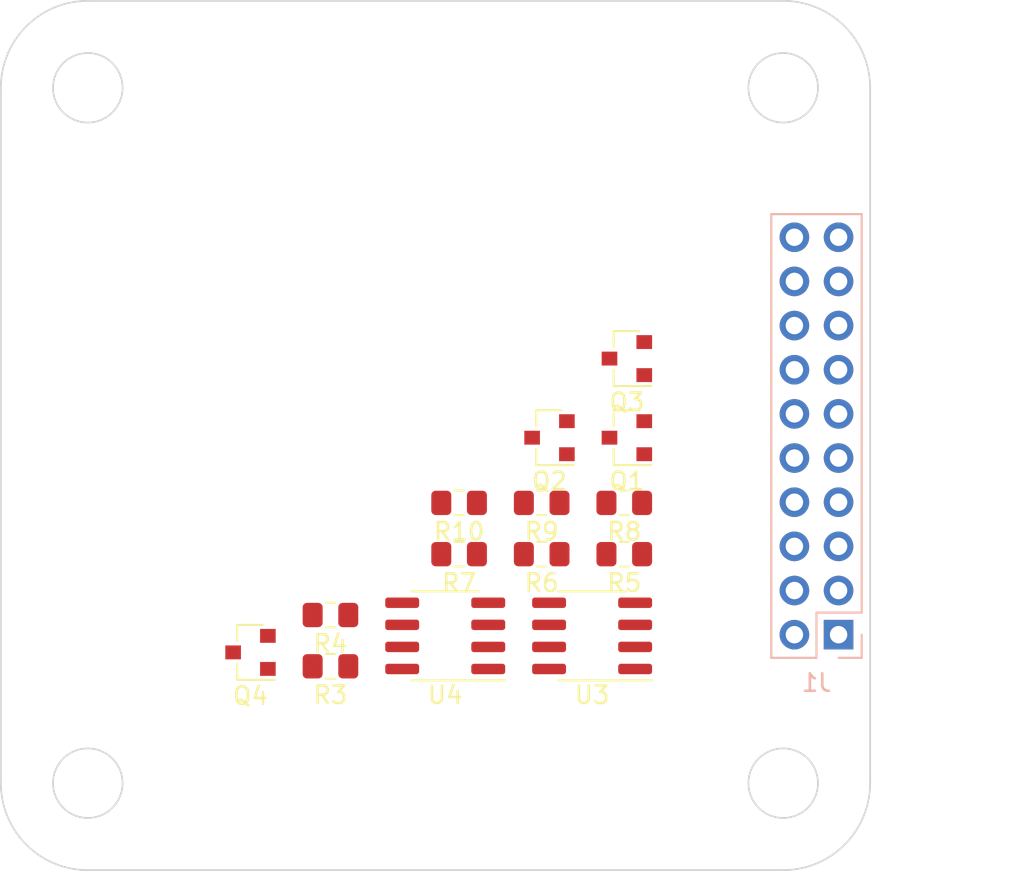
<source format=kicad_pcb>
(kicad_pcb (version 20171130) (host pcbnew 5.1.5-52549c5~84~ubuntu19.04.1)

  (general
    (thickness 1.6)
    (drawings 22)
    (tracks 0)
    (zones 0)
    (modules 15)
    (nets 38)
  )

  (page A4)
  (layers
    (0 F.Cu signal)
    (31 B.Cu signal)
    (32 B.Adhes user)
    (33 F.Adhes user)
    (34 B.Paste user)
    (35 F.Paste user)
    (36 B.SilkS user)
    (37 F.SilkS user)
    (38 B.Mask user)
    (39 F.Mask user)
    (40 Dwgs.User user)
    (41 Cmts.User user)
    (42 Eco1.User user)
    (43 Eco2.User user)
    (44 Edge.Cuts user)
    (45 Margin user hide)
    (46 B.CrtYd user)
    (47 F.CrtYd user)
    (48 B.Fab user)
    (49 F.Fab user hide)
  )

  (setup
    (last_trace_width 0.25)
    (user_trace_width 0.508)
    (trace_clearance 0.2)
    (zone_clearance 0.508)
    (zone_45_only yes)
    (trace_min 0.2)
    (via_size 0.8)
    (via_drill 0.4)
    (via_min_size 0.4)
    (via_min_drill 0.3)
    (user_via 0.45 0.3)
    (uvia_size 0.3)
    (uvia_drill 0.1)
    (uvias_allowed no)
    (uvia_min_size 0.2)
    (uvia_min_drill 0.1)
    (edge_width 0.1)
    (segment_width 0.2)
    (pcb_text_width 0.3)
    (pcb_text_size 1.5 1.5)
    (mod_edge_width 0.15)
    (mod_text_size 1 1)
    (mod_text_width 0.15)
    (pad_size 1.524 1.524)
    (pad_drill 0.762)
    (pad_to_mask_clearance 0)
    (aux_axis_origin 0 0)
    (visible_elements FFFFFF7F)
    (pcbplotparams
      (layerselection 0x010fc_ffffffff)
      (usegerberextensions false)
      (usegerberattributes false)
      (usegerberadvancedattributes false)
      (creategerberjobfile false)
      (excludeedgelayer true)
      (linewidth 0.100000)
      (plotframeref false)
      (viasonmask false)
      (mode 1)
      (useauxorigin false)
      (hpglpennumber 1)
      (hpglpenspeed 20)
      (hpglpendiameter 15.000000)
      (psnegative false)
      (psa4output false)
      (plotreference true)
      (plotvalue true)
      (plotinvisibletext false)
      (padsonsilk false)
      (subtractmaskfromsilk false)
      (outputformat 1)
      (mirror false)
      (drillshape 0)
      (scaleselection 1)
      (outputdirectory "plot/"))
  )

  (net 0 "")
  (net 1 GND)
  (net 2 "Net-(J1-Pad2)")
  (net 3 "Net-(J1-Pad1)")
  (net 4 "Net-(J1-Pad3)")
  (net 5 "Net-(J1-Pad4)")
  (net 6 "Net-(J1-Pad5)")
  (net 7 "Net-(J1-Pad6)")
  (net 8 "Net-(J1-Pad7)")
  (net 9 "Net-(J1-Pad8)")
  (net 10 "Net-(J1-Pad9)")
  (net 11 "Net-(J1-Pad10)")
  (net 12 "Net-(J1-Pad11)")
  (net 13 "Net-(J1-Pad12)")
  (net 14 "Net-(J1-Pad13)")
  (net 15 "Net-(J1-Pad14)")
  (net 16 "Net-(J1-Pad15)")
  (net 17 "Net-(J1-Pad16)")
  (net 18 "Net-(J1-Pad17)")
  (net 19 "Net-(J1-Pad18)")
  (net 20 "Net-(J1-Pad19)")
  (net 21 "Net-(J1-Pad20)")
  (net 22 VDD_3.3V)
  (net 23 TXB)
  (net 24 TXB_CMOS)
  (net 25 RXA_CMOS)
  (net 26 RXA)
  (net 27 TXA)
  (net 28 TXA_CMOS)
  (net 29 RXB_CMOS)
  (net 30 RXB)
  (net 31 VDD_5V)
  (net 32 "Net-(U3-Pad5)")
  (net 33 CANL_A)
  (net 34 CANH_A)
  (net 35 CANH_B)
  (net 36 CANL_B)
  (net 37 "Net-(U4-Pad5)")

  (net_class Default "This is the default net class."
    (clearance 0.2)
    (trace_width 0.25)
    (via_dia 0.8)
    (via_drill 0.4)
    (uvia_dia 0.3)
    (uvia_drill 0.1)
    (add_net CANH_A)
    (add_net CANH_B)
    (add_net CANL_A)
    (add_net CANL_B)
    (add_net GND)
    (add_net "Net-(J1-Pad1)")
    (add_net "Net-(J1-Pad10)")
    (add_net "Net-(J1-Pad11)")
    (add_net "Net-(J1-Pad12)")
    (add_net "Net-(J1-Pad13)")
    (add_net "Net-(J1-Pad14)")
    (add_net "Net-(J1-Pad15)")
    (add_net "Net-(J1-Pad16)")
    (add_net "Net-(J1-Pad17)")
    (add_net "Net-(J1-Pad18)")
    (add_net "Net-(J1-Pad19)")
    (add_net "Net-(J1-Pad2)")
    (add_net "Net-(J1-Pad20)")
    (add_net "Net-(J1-Pad3)")
    (add_net "Net-(J1-Pad4)")
    (add_net "Net-(J1-Pad5)")
    (add_net "Net-(J1-Pad6)")
    (add_net "Net-(J1-Pad7)")
    (add_net "Net-(J1-Pad8)")
    (add_net "Net-(J1-Pad9)")
    (add_net "Net-(U3-Pad5)")
    (add_net "Net-(U4-Pad5)")
    (add_net RXA)
    (add_net RXA_CMOS)
    (add_net RXB)
    (add_net RXB_CMOS)
    (add_net TXA)
    (add_net TXA_CMOS)
    (add_net TXB)
    (add_net TXB_CMOS)
    (add_net VDD_3.3V)
    (add_net VDD_5V)
  )

  (module Connector_PinSocket_2.54mm:PinSocket_2x10_P2.54mm_Vertical (layer B.Cu) (tedit 5A19A427) (tstamp 5E563FC1)
    (at 218.186 108.458)
    (descr "Through hole straight socket strip, 2x10, 2.54mm pitch, double cols (from Kicad 4.0.7), script generated")
    (tags "Through hole socket strip THT 2x10 2.54mm double row")
    (path /5E564141)
    (fp_text reference J1 (at -1.27 2.77) (layer B.SilkS)
      (effects (font (size 1 1) (thickness 0.15)) (justify mirror))
    )
    (fp_text value Conn_02x10_Counter_Clockwise (at -1.27 -25.63) (layer B.Fab)
      (effects (font (size 1 1) (thickness 0.15)) (justify mirror))
    )
    (fp_line (start -3.81 1.27) (end 0.27 1.27) (layer B.Fab) (width 0.1))
    (fp_line (start 0.27 1.27) (end 1.27 0.27) (layer B.Fab) (width 0.1))
    (fp_line (start 1.27 0.27) (end 1.27 -24.13) (layer B.Fab) (width 0.1))
    (fp_line (start 1.27 -24.13) (end -3.81 -24.13) (layer B.Fab) (width 0.1))
    (fp_line (start -3.81 -24.13) (end -3.81 1.27) (layer B.Fab) (width 0.1))
    (fp_line (start -3.87 1.33) (end -1.27 1.33) (layer B.SilkS) (width 0.12))
    (fp_line (start -3.87 1.33) (end -3.87 -24.19) (layer B.SilkS) (width 0.12))
    (fp_line (start -3.87 -24.19) (end 1.33 -24.19) (layer B.SilkS) (width 0.12))
    (fp_line (start 1.33 -1.27) (end 1.33 -24.19) (layer B.SilkS) (width 0.12))
    (fp_line (start -1.27 -1.27) (end 1.33 -1.27) (layer B.SilkS) (width 0.12))
    (fp_line (start -1.27 1.33) (end -1.27 -1.27) (layer B.SilkS) (width 0.12))
    (fp_line (start 1.33 1.33) (end 1.33 0) (layer B.SilkS) (width 0.12))
    (fp_line (start 0 1.33) (end 1.33 1.33) (layer B.SilkS) (width 0.12))
    (fp_line (start -4.34 1.8) (end 1.76 1.8) (layer B.CrtYd) (width 0.05))
    (fp_line (start 1.76 1.8) (end 1.76 -24.6) (layer B.CrtYd) (width 0.05))
    (fp_line (start 1.76 -24.6) (end -4.34 -24.6) (layer B.CrtYd) (width 0.05))
    (fp_line (start -4.34 -24.6) (end -4.34 1.8) (layer B.CrtYd) (width 0.05))
    (fp_text user %R (at -1.27 -11.43 -90) (layer B.Fab)
      (effects (font (size 1 1) (thickness 0.15)) (justify mirror))
    )
    (pad 1 thru_hole rect (at 0 0) (size 1.7 1.7) (drill 1) (layers *.Cu *.Mask)
      (net 3 "Net-(J1-Pad1)"))
    (pad 2 thru_hole oval (at -2.54 0) (size 1.7 1.7) (drill 1) (layers *.Cu *.Mask)
      (net 2 "Net-(J1-Pad2)"))
    (pad 3 thru_hole oval (at 0 -2.54) (size 1.7 1.7) (drill 1) (layers *.Cu *.Mask)
      (net 4 "Net-(J1-Pad3)"))
    (pad 4 thru_hole oval (at -2.54 -2.54) (size 1.7 1.7) (drill 1) (layers *.Cu *.Mask)
      (net 5 "Net-(J1-Pad4)"))
    (pad 5 thru_hole oval (at 0 -5.08) (size 1.7 1.7) (drill 1) (layers *.Cu *.Mask)
      (net 6 "Net-(J1-Pad5)"))
    (pad 6 thru_hole oval (at -2.54 -5.08) (size 1.7 1.7) (drill 1) (layers *.Cu *.Mask)
      (net 7 "Net-(J1-Pad6)"))
    (pad 7 thru_hole oval (at 0 -7.62) (size 1.7 1.7) (drill 1) (layers *.Cu *.Mask)
      (net 8 "Net-(J1-Pad7)"))
    (pad 8 thru_hole oval (at -2.54 -7.62) (size 1.7 1.7) (drill 1) (layers *.Cu *.Mask)
      (net 9 "Net-(J1-Pad8)"))
    (pad 9 thru_hole oval (at 0 -10.16) (size 1.7 1.7) (drill 1) (layers *.Cu *.Mask)
      (net 10 "Net-(J1-Pad9)"))
    (pad 10 thru_hole oval (at -2.54 -10.16) (size 1.7 1.7) (drill 1) (layers *.Cu *.Mask)
      (net 11 "Net-(J1-Pad10)"))
    (pad 11 thru_hole oval (at 0 -12.7) (size 1.7 1.7) (drill 1) (layers *.Cu *.Mask)
      (net 12 "Net-(J1-Pad11)"))
    (pad 12 thru_hole oval (at -2.54 -12.7) (size 1.7 1.7) (drill 1) (layers *.Cu *.Mask)
      (net 13 "Net-(J1-Pad12)"))
    (pad 13 thru_hole oval (at 0 -15.24) (size 1.7 1.7) (drill 1) (layers *.Cu *.Mask)
      (net 14 "Net-(J1-Pad13)"))
    (pad 14 thru_hole oval (at -2.54 -15.24) (size 1.7 1.7) (drill 1) (layers *.Cu *.Mask)
      (net 15 "Net-(J1-Pad14)"))
    (pad 15 thru_hole oval (at 0 -17.78) (size 1.7 1.7) (drill 1) (layers *.Cu *.Mask)
      (net 16 "Net-(J1-Pad15)"))
    (pad 16 thru_hole oval (at -2.54 -17.78) (size 1.7 1.7) (drill 1) (layers *.Cu *.Mask)
      (net 17 "Net-(J1-Pad16)"))
    (pad 17 thru_hole oval (at 0 -20.32) (size 1.7 1.7) (drill 1) (layers *.Cu *.Mask)
      (net 18 "Net-(J1-Pad17)"))
    (pad 18 thru_hole oval (at -2.54 -20.32) (size 1.7 1.7) (drill 1) (layers *.Cu *.Mask)
      (net 19 "Net-(J1-Pad18)"))
    (pad 19 thru_hole oval (at 0 -22.86) (size 1.7 1.7) (drill 1) (layers *.Cu *.Mask)
      (net 20 "Net-(J1-Pad19)"))
    (pad 20 thru_hole oval (at -2.54 -22.86) (size 1.7 1.7) (drill 1) (layers *.Cu *.Mask)
      (net 21 "Net-(J1-Pad20)"))
    (model ${KISYS3DMOD}/Connector_PinSocket_2.54mm.3dshapes/PinSocket_2x10_P2.54mm_Vertical.wrl
      (at (xyz 0 0 0))
      (scale (xyz 1 1 1))
      (rotate (xyz 0 0 0))
    )
  )

  (module Package_TO_SOT_SMD:SOT-23 (layer F.Cu) (tedit 5A02FF57) (tstamp 5E5637A4)
    (at 206.008999 97.126999 180)
    (descr "SOT-23, Standard")
    (tags SOT-23)
    (path /5E4A8360)
    (attr smd)
    (fp_text reference Q1 (at 0 -2.5) (layer F.SilkS)
      (effects (font (size 1 1) (thickness 0.15)))
    )
    (fp_text value BSS138 (at 0 2.5) (layer F.Fab)
      (effects (font (size 1 1) (thickness 0.15)))
    )
    (fp_text user %R (at 0 0 90) (layer F.Fab)
      (effects (font (size 0.5 0.5) (thickness 0.075)))
    )
    (fp_line (start -0.7 -0.95) (end -0.7 1.5) (layer F.Fab) (width 0.1))
    (fp_line (start -0.15 -1.52) (end 0.7 -1.52) (layer F.Fab) (width 0.1))
    (fp_line (start -0.7 -0.95) (end -0.15 -1.52) (layer F.Fab) (width 0.1))
    (fp_line (start 0.7 -1.52) (end 0.7 1.52) (layer F.Fab) (width 0.1))
    (fp_line (start -0.7 1.52) (end 0.7 1.52) (layer F.Fab) (width 0.1))
    (fp_line (start 0.76 1.58) (end 0.76 0.65) (layer F.SilkS) (width 0.12))
    (fp_line (start 0.76 -1.58) (end 0.76 -0.65) (layer F.SilkS) (width 0.12))
    (fp_line (start -1.7 -1.75) (end 1.7 -1.75) (layer F.CrtYd) (width 0.05))
    (fp_line (start 1.7 -1.75) (end 1.7 1.75) (layer F.CrtYd) (width 0.05))
    (fp_line (start 1.7 1.75) (end -1.7 1.75) (layer F.CrtYd) (width 0.05))
    (fp_line (start -1.7 1.75) (end -1.7 -1.75) (layer F.CrtYd) (width 0.05))
    (fp_line (start 0.76 -1.58) (end -1.4 -1.58) (layer F.SilkS) (width 0.12))
    (fp_line (start 0.76 1.58) (end -0.7 1.58) (layer F.SilkS) (width 0.12))
    (pad 1 smd rect (at -1 -0.95 180) (size 0.9 0.8) (layers F.Cu F.Paste F.Mask)
      (net 22 VDD_3.3V))
    (pad 2 smd rect (at -1 0.95 180) (size 0.9 0.8) (layers F.Cu F.Paste F.Mask)
      (net 23 TXB))
    (pad 3 smd rect (at 1 0 180) (size 0.9 0.8) (layers F.Cu F.Paste F.Mask)
      (net 24 TXB_CMOS))
    (model ${KISYS3DMOD}/Package_TO_SOT_SMD.3dshapes/SOT-23.wrl
      (at (xyz 0 0 0))
      (scale (xyz 1 1 1))
      (rotate (xyz 0 0 0))
    )
  )

  (module Package_TO_SOT_SMD:SOT-23 (layer F.Cu) (tedit 5A02FF57) (tstamp 5E5637B9)
    (at 201.558999 97.126999 180)
    (descr "SOT-23, Standard")
    (tags SOT-23)
    (path /5E45B08C)
    (attr smd)
    (fp_text reference Q2 (at 0 -2.5) (layer F.SilkS)
      (effects (font (size 1 1) (thickness 0.15)))
    )
    (fp_text value BSS138 (at 0 2.5) (layer F.Fab)
      (effects (font (size 1 1) (thickness 0.15)))
    )
    (fp_line (start 0.76 1.58) (end -0.7 1.58) (layer F.SilkS) (width 0.12))
    (fp_line (start 0.76 -1.58) (end -1.4 -1.58) (layer F.SilkS) (width 0.12))
    (fp_line (start -1.7 1.75) (end -1.7 -1.75) (layer F.CrtYd) (width 0.05))
    (fp_line (start 1.7 1.75) (end -1.7 1.75) (layer F.CrtYd) (width 0.05))
    (fp_line (start 1.7 -1.75) (end 1.7 1.75) (layer F.CrtYd) (width 0.05))
    (fp_line (start -1.7 -1.75) (end 1.7 -1.75) (layer F.CrtYd) (width 0.05))
    (fp_line (start 0.76 -1.58) (end 0.76 -0.65) (layer F.SilkS) (width 0.12))
    (fp_line (start 0.76 1.58) (end 0.76 0.65) (layer F.SilkS) (width 0.12))
    (fp_line (start -0.7 1.52) (end 0.7 1.52) (layer F.Fab) (width 0.1))
    (fp_line (start 0.7 -1.52) (end 0.7 1.52) (layer F.Fab) (width 0.1))
    (fp_line (start -0.7 -0.95) (end -0.15 -1.52) (layer F.Fab) (width 0.1))
    (fp_line (start -0.15 -1.52) (end 0.7 -1.52) (layer F.Fab) (width 0.1))
    (fp_line (start -0.7 -0.95) (end -0.7 1.5) (layer F.Fab) (width 0.1))
    (fp_text user %R (at 0 0 90) (layer F.Fab)
      (effects (font (size 0.5 0.5) (thickness 0.075)))
    )
    (pad 3 smd rect (at 1 0 180) (size 0.9 0.8) (layers F.Cu F.Paste F.Mask)
      (net 25 RXA_CMOS))
    (pad 2 smd rect (at -1 0.95 180) (size 0.9 0.8) (layers F.Cu F.Paste F.Mask)
      (net 26 RXA))
    (pad 1 smd rect (at -1 -0.95 180) (size 0.9 0.8) (layers F.Cu F.Paste F.Mask)
      (net 22 VDD_3.3V))
    (model ${KISYS3DMOD}/Package_TO_SOT_SMD.3dshapes/SOT-23.wrl
      (at (xyz 0 0 0))
      (scale (xyz 1 1 1))
      (rotate (xyz 0 0 0))
    )
  )

  (module Package_TO_SOT_SMD:SOT-23 (layer F.Cu) (tedit 5A02FF57) (tstamp 5E5637CE)
    (at 206.008999 92.576999 180)
    (descr "SOT-23, Standard")
    (tags SOT-23)
    (path /5E459F88)
    (attr smd)
    (fp_text reference Q3 (at 0 -2.5) (layer F.SilkS)
      (effects (font (size 1 1) (thickness 0.15)))
    )
    (fp_text value BSS138 (at 0 2.5) (layer F.Fab)
      (effects (font (size 1 1) (thickness 0.15)))
    )
    (fp_text user %R (at 0 0 90) (layer F.Fab)
      (effects (font (size 0.5 0.5) (thickness 0.075)))
    )
    (fp_line (start -0.7 -0.95) (end -0.7 1.5) (layer F.Fab) (width 0.1))
    (fp_line (start -0.15 -1.52) (end 0.7 -1.52) (layer F.Fab) (width 0.1))
    (fp_line (start -0.7 -0.95) (end -0.15 -1.52) (layer F.Fab) (width 0.1))
    (fp_line (start 0.7 -1.52) (end 0.7 1.52) (layer F.Fab) (width 0.1))
    (fp_line (start -0.7 1.52) (end 0.7 1.52) (layer F.Fab) (width 0.1))
    (fp_line (start 0.76 1.58) (end 0.76 0.65) (layer F.SilkS) (width 0.12))
    (fp_line (start 0.76 -1.58) (end 0.76 -0.65) (layer F.SilkS) (width 0.12))
    (fp_line (start -1.7 -1.75) (end 1.7 -1.75) (layer F.CrtYd) (width 0.05))
    (fp_line (start 1.7 -1.75) (end 1.7 1.75) (layer F.CrtYd) (width 0.05))
    (fp_line (start 1.7 1.75) (end -1.7 1.75) (layer F.CrtYd) (width 0.05))
    (fp_line (start -1.7 1.75) (end -1.7 -1.75) (layer F.CrtYd) (width 0.05))
    (fp_line (start 0.76 -1.58) (end -1.4 -1.58) (layer F.SilkS) (width 0.12))
    (fp_line (start 0.76 1.58) (end -0.7 1.58) (layer F.SilkS) (width 0.12))
    (pad 1 smd rect (at -1 -0.95 180) (size 0.9 0.8) (layers F.Cu F.Paste F.Mask)
      (net 22 VDD_3.3V))
    (pad 2 smd rect (at -1 0.95 180) (size 0.9 0.8) (layers F.Cu F.Paste F.Mask)
      (net 27 TXA))
    (pad 3 smd rect (at 1 0 180) (size 0.9 0.8) (layers F.Cu F.Paste F.Mask)
      (net 28 TXA_CMOS))
    (model ${KISYS3DMOD}/Package_TO_SOT_SMD.3dshapes/SOT-23.wrl
      (at (xyz 0 0 0))
      (scale (xyz 1 1 1))
      (rotate (xyz 0 0 0))
    )
  )

  (module Package_TO_SOT_SMD:SOT-23 (layer F.Cu) (tedit 5A02FF57) (tstamp 5E5637E3)
    (at 184.358999 109.476999 180)
    (descr "SOT-23, Standard")
    (tags SOT-23)
    (path /5E458EF7)
    (attr smd)
    (fp_text reference Q4 (at 0 -2.5) (layer F.SilkS)
      (effects (font (size 1 1) (thickness 0.15)))
    )
    (fp_text value BSS138 (at 0 2.5) (layer F.Fab)
      (effects (font (size 1 1) (thickness 0.15)))
    )
    (fp_line (start 0.76 1.58) (end -0.7 1.58) (layer F.SilkS) (width 0.12))
    (fp_line (start 0.76 -1.58) (end -1.4 -1.58) (layer F.SilkS) (width 0.12))
    (fp_line (start -1.7 1.75) (end -1.7 -1.75) (layer F.CrtYd) (width 0.05))
    (fp_line (start 1.7 1.75) (end -1.7 1.75) (layer F.CrtYd) (width 0.05))
    (fp_line (start 1.7 -1.75) (end 1.7 1.75) (layer F.CrtYd) (width 0.05))
    (fp_line (start -1.7 -1.75) (end 1.7 -1.75) (layer F.CrtYd) (width 0.05))
    (fp_line (start 0.76 -1.58) (end 0.76 -0.65) (layer F.SilkS) (width 0.12))
    (fp_line (start 0.76 1.58) (end 0.76 0.65) (layer F.SilkS) (width 0.12))
    (fp_line (start -0.7 1.52) (end 0.7 1.52) (layer F.Fab) (width 0.1))
    (fp_line (start 0.7 -1.52) (end 0.7 1.52) (layer F.Fab) (width 0.1))
    (fp_line (start -0.7 -0.95) (end -0.15 -1.52) (layer F.Fab) (width 0.1))
    (fp_line (start -0.15 -1.52) (end 0.7 -1.52) (layer F.Fab) (width 0.1))
    (fp_line (start -0.7 -0.95) (end -0.7 1.5) (layer F.Fab) (width 0.1))
    (fp_text user %R (at 0 0 90) (layer F.Fab)
      (effects (font (size 0.5 0.5) (thickness 0.075)))
    )
    (pad 3 smd rect (at 1 0 180) (size 0.9 0.8) (layers F.Cu F.Paste F.Mask)
      (net 29 RXB_CMOS))
    (pad 2 smd rect (at -1 0.95 180) (size 0.9 0.8) (layers F.Cu F.Paste F.Mask)
      (net 30 RXB))
    (pad 1 smd rect (at -1 -0.95 180) (size 0.9 0.8) (layers F.Cu F.Paste F.Mask)
      (net 22 VDD_3.3V))
    (model ${KISYS3DMOD}/Package_TO_SOT_SMD.3dshapes/SOT-23.wrl
      (at (xyz 0 0 0))
      (scale (xyz 1 1 1))
      (rotate (xyz 0 0 0))
    )
  )

  (module Resistor_SMD:R_0805_2012Metric_Pad1.15x1.40mm_HandSolder (layer F.Cu) (tedit 5B36C52B) (tstamp 5E5637F4)
    (at 188.958999 110.276999 180)
    (descr "Resistor SMD 0805 (2012 Metric), square (rectangular) end terminal, IPC_7351 nominal with elongated pad for handsoldering. (Body size source: https://docs.google.com/spreadsheets/d/1BsfQQcO9C6DZCsRaXUlFlo91Tg2WpOkGARC1WS5S8t0/edit?usp=sharing), generated with kicad-footprint-generator")
    (tags "resistor handsolder")
    (path /5E497F86)
    (attr smd)
    (fp_text reference R3 (at 0 -1.65) (layer F.SilkS)
      (effects (font (size 1 1) (thickness 0.15)))
    )
    (fp_text value 10k (at 0 1.65) (layer F.Fab)
      (effects (font (size 1 1) (thickness 0.15)))
    )
    (fp_line (start -1 0.6) (end -1 -0.6) (layer F.Fab) (width 0.1))
    (fp_line (start -1 -0.6) (end 1 -0.6) (layer F.Fab) (width 0.1))
    (fp_line (start 1 -0.6) (end 1 0.6) (layer F.Fab) (width 0.1))
    (fp_line (start 1 0.6) (end -1 0.6) (layer F.Fab) (width 0.1))
    (fp_line (start -0.261252 -0.71) (end 0.261252 -0.71) (layer F.SilkS) (width 0.12))
    (fp_line (start -0.261252 0.71) (end 0.261252 0.71) (layer F.SilkS) (width 0.12))
    (fp_line (start -1.85 0.95) (end -1.85 -0.95) (layer F.CrtYd) (width 0.05))
    (fp_line (start -1.85 -0.95) (end 1.85 -0.95) (layer F.CrtYd) (width 0.05))
    (fp_line (start 1.85 -0.95) (end 1.85 0.95) (layer F.CrtYd) (width 0.05))
    (fp_line (start 1.85 0.95) (end -1.85 0.95) (layer F.CrtYd) (width 0.05))
    (fp_text user %R (at 0 0) (layer F.Fab)
      (effects (font (size 0.5 0.5) (thickness 0.08)))
    )
    (pad 1 smd roundrect (at -1.025 0 180) (size 1.15 1.4) (layers F.Cu F.Paste F.Mask) (roundrect_rratio 0.217391)
      (net 31 VDD_5V))
    (pad 2 smd roundrect (at 1.025 0 180) (size 1.15 1.4) (layers F.Cu F.Paste F.Mask) (roundrect_rratio 0.217391)
      (net 25 RXA_CMOS))
    (model ${KISYS3DMOD}/Resistor_SMD.3dshapes/R_0805_2012Metric.wrl
      (at (xyz 0 0 0))
      (scale (xyz 1 1 1))
      (rotate (xyz 0 0 0))
    )
  )

  (module Resistor_SMD:R_0805_2012Metric_Pad1.15x1.40mm_HandSolder (layer F.Cu) (tedit 5B36C52B) (tstamp 5E563805)
    (at 188.958999 107.326999 180)
    (descr "Resistor SMD 0805 (2012 Metric), square (rectangular) end terminal, IPC_7351 nominal with elongated pad for handsoldering. (Body size source: https://docs.google.com/spreadsheets/d/1BsfQQcO9C6DZCsRaXUlFlo91Tg2WpOkGARC1WS5S8t0/edit?usp=sharing), generated with kicad-footprint-generator")
    (tags "resistor handsolder")
    (path /5E4B173C)
    (attr smd)
    (fp_text reference R4 (at 0 -1.65) (layer F.SilkS)
      (effects (font (size 1 1) (thickness 0.15)))
    )
    (fp_text value 10k (at 0 1.65) (layer F.Fab)
      (effects (font (size 1 1) (thickness 0.15)))
    )
    (fp_text user %R (at 0 0) (layer F.Fab)
      (effects (font (size 0.5 0.5) (thickness 0.08)))
    )
    (fp_line (start 1.85 0.95) (end -1.85 0.95) (layer F.CrtYd) (width 0.05))
    (fp_line (start 1.85 -0.95) (end 1.85 0.95) (layer F.CrtYd) (width 0.05))
    (fp_line (start -1.85 -0.95) (end 1.85 -0.95) (layer F.CrtYd) (width 0.05))
    (fp_line (start -1.85 0.95) (end -1.85 -0.95) (layer F.CrtYd) (width 0.05))
    (fp_line (start -0.261252 0.71) (end 0.261252 0.71) (layer F.SilkS) (width 0.12))
    (fp_line (start -0.261252 -0.71) (end 0.261252 -0.71) (layer F.SilkS) (width 0.12))
    (fp_line (start 1 0.6) (end -1 0.6) (layer F.Fab) (width 0.1))
    (fp_line (start 1 -0.6) (end 1 0.6) (layer F.Fab) (width 0.1))
    (fp_line (start -1 -0.6) (end 1 -0.6) (layer F.Fab) (width 0.1))
    (fp_line (start -1 0.6) (end -1 -0.6) (layer F.Fab) (width 0.1))
    (pad 2 smd roundrect (at 1.025 0 180) (size 1.15 1.4) (layers F.Cu F.Paste F.Mask) (roundrect_rratio 0.217391)
      (net 26 RXA))
    (pad 1 smd roundrect (at -1.025 0 180) (size 1.15 1.4) (layers F.Cu F.Paste F.Mask) (roundrect_rratio 0.217391)
      (net 22 VDD_3.3V))
    (model ${KISYS3DMOD}/Resistor_SMD.3dshapes/R_0805_2012Metric.wrl
      (at (xyz 0 0 0))
      (scale (xyz 1 1 1))
      (rotate (xyz 0 0 0))
    )
  )

  (module Resistor_SMD:R_0805_2012Metric_Pad1.15x1.40mm_HandSolder (layer F.Cu) (tedit 5B36C52B) (tstamp 5E563816)
    (at 205.858999 103.826999 180)
    (descr "Resistor SMD 0805 (2012 Metric), square (rectangular) end terminal, IPC_7351 nominal with elongated pad for handsoldering. (Body size source: https://docs.google.com/spreadsheets/d/1BsfQQcO9C6DZCsRaXUlFlo91Tg2WpOkGARC1WS5S8t0/edit?usp=sharing), generated with kicad-footprint-generator")
    (tags "resistor handsolder")
    (path /5E498AA1)
    (attr smd)
    (fp_text reference R5 (at 0 -1.65) (layer F.SilkS)
      (effects (font (size 1 1) (thickness 0.15)))
    )
    (fp_text value 10k (at 0 1.65) (layer F.Fab)
      (effects (font (size 1 1) (thickness 0.15)))
    )
    (fp_text user %R (at 0 0) (layer F.Fab)
      (effects (font (size 0.5 0.5) (thickness 0.08)))
    )
    (fp_line (start 1.85 0.95) (end -1.85 0.95) (layer F.CrtYd) (width 0.05))
    (fp_line (start 1.85 -0.95) (end 1.85 0.95) (layer F.CrtYd) (width 0.05))
    (fp_line (start -1.85 -0.95) (end 1.85 -0.95) (layer F.CrtYd) (width 0.05))
    (fp_line (start -1.85 0.95) (end -1.85 -0.95) (layer F.CrtYd) (width 0.05))
    (fp_line (start -0.261252 0.71) (end 0.261252 0.71) (layer F.SilkS) (width 0.12))
    (fp_line (start -0.261252 -0.71) (end 0.261252 -0.71) (layer F.SilkS) (width 0.12))
    (fp_line (start 1 0.6) (end -1 0.6) (layer F.Fab) (width 0.1))
    (fp_line (start 1 -0.6) (end 1 0.6) (layer F.Fab) (width 0.1))
    (fp_line (start -1 -0.6) (end 1 -0.6) (layer F.Fab) (width 0.1))
    (fp_line (start -1 0.6) (end -1 -0.6) (layer F.Fab) (width 0.1))
    (pad 2 smd roundrect (at 1.025 0 180) (size 1.15 1.4) (layers F.Cu F.Paste F.Mask) (roundrect_rratio 0.217391)
      (net 28 TXA_CMOS))
    (pad 1 smd roundrect (at -1.025 0 180) (size 1.15 1.4) (layers F.Cu F.Paste F.Mask) (roundrect_rratio 0.217391)
      (net 31 VDD_5V))
    (model ${KISYS3DMOD}/Resistor_SMD.3dshapes/R_0805_2012Metric.wrl
      (at (xyz 0 0 0))
      (scale (xyz 1 1 1))
      (rotate (xyz 0 0 0))
    )
  )

  (module Resistor_SMD:R_0805_2012Metric_Pad1.15x1.40mm_HandSolder (layer F.Cu) (tedit 5B36C52B) (tstamp 5E563827)
    (at 201.108999 103.826999 180)
    (descr "Resistor SMD 0805 (2012 Metric), square (rectangular) end terminal, IPC_7351 nominal with elongated pad for handsoldering. (Body size source: https://docs.google.com/spreadsheets/d/1BsfQQcO9C6DZCsRaXUlFlo91Tg2WpOkGARC1WS5S8t0/edit?usp=sharing), generated with kicad-footprint-generator")
    (tags "resistor handsolder")
    (path /5E4B0FDE)
    (attr smd)
    (fp_text reference R6 (at 0 -1.65) (layer F.SilkS)
      (effects (font (size 1 1) (thickness 0.15)))
    )
    (fp_text value 10k (at 0 1.65) (layer F.Fab)
      (effects (font (size 1 1) (thickness 0.15)))
    )
    (fp_line (start -1 0.6) (end -1 -0.6) (layer F.Fab) (width 0.1))
    (fp_line (start -1 -0.6) (end 1 -0.6) (layer F.Fab) (width 0.1))
    (fp_line (start 1 -0.6) (end 1 0.6) (layer F.Fab) (width 0.1))
    (fp_line (start 1 0.6) (end -1 0.6) (layer F.Fab) (width 0.1))
    (fp_line (start -0.261252 -0.71) (end 0.261252 -0.71) (layer F.SilkS) (width 0.12))
    (fp_line (start -0.261252 0.71) (end 0.261252 0.71) (layer F.SilkS) (width 0.12))
    (fp_line (start -1.85 0.95) (end -1.85 -0.95) (layer F.CrtYd) (width 0.05))
    (fp_line (start -1.85 -0.95) (end 1.85 -0.95) (layer F.CrtYd) (width 0.05))
    (fp_line (start 1.85 -0.95) (end 1.85 0.95) (layer F.CrtYd) (width 0.05))
    (fp_line (start 1.85 0.95) (end -1.85 0.95) (layer F.CrtYd) (width 0.05))
    (fp_text user %R (at 0 0) (layer F.Fab)
      (effects (font (size 0.5 0.5) (thickness 0.08)))
    )
    (pad 1 smd roundrect (at -1.025 0 180) (size 1.15 1.4) (layers F.Cu F.Paste F.Mask) (roundrect_rratio 0.217391)
      (net 22 VDD_3.3V))
    (pad 2 smd roundrect (at 1.025 0 180) (size 1.15 1.4) (layers F.Cu F.Paste F.Mask) (roundrect_rratio 0.217391)
      (net 27 TXA))
    (model ${KISYS3DMOD}/Resistor_SMD.3dshapes/R_0805_2012Metric.wrl
      (at (xyz 0 0 0))
      (scale (xyz 1 1 1))
      (rotate (xyz 0 0 0))
    )
  )

  (module Resistor_SMD:R_0805_2012Metric_Pad1.15x1.40mm_HandSolder (layer F.Cu) (tedit 5B36C52B) (tstamp 5E563838)
    (at 196.358999 103.826999 180)
    (descr "Resistor SMD 0805 (2012 Metric), square (rectangular) end terminal, IPC_7351 nominal with elongated pad for handsoldering. (Body size source: https://docs.google.com/spreadsheets/d/1BsfQQcO9C6DZCsRaXUlFlo91Tg2WpOkGARC1WS5S8t0/edit?usp=sharing), generated with kicad-footprint-generator")
    (tags "resistor handsolder")
    (path /5E49914A)
    (attr smd)
    (fp_text reference R7 (at 0 -1.65) (layer F.SilkS)
      (effects (font (size 1 1) (thickness 0.15)))
    )
    (fp_text value 10k (at 0 1.65) (layer F.Fab)
      (effects (font (size 1 1) (thickness 0.15)))
    )
    (fp_line (start -1 0.6) (end -1 -0.6) (layer F.Fab) (width 0.1))
    (fp_line (start -1 -0.6) (end 1 -0.6) (layer F.Fab) (width 0.1))
    (fp_line (start 1 -0.6) (end 1 0.6) (layer F.Fab) (width 0.1))
    (fp_line (start 1 0.6) (end -1 0.6) (layer F.Fab) (width 0.1))
    (fp_line (start -0.261252 -0.71) (end 0.261252 -0.71) (layer F.SilkS) (width 0.12))
    (fp_line (start -0.261252 0.71) (end 0.261252 0.71) (layer F.SilkS) (width 0.12))
    (fp_line (start -1.85 0.95) (end -1.85 -0.95) (layer F.CrtYd) (width 0.05))
    (fp_line (start -1.85 -0.95) (end 1.85 -0.95) (layer F.CrtYd) (width 0.05))
    (fp_line (start 1.85 -0.95) (end 1.85 0.95) (layer F.CrtYd) (width 0.05))
    (fp_line (start 1.85 0.95) (end -1.85 0.95) (layer F.CrtYd) (width 0.05))
    (fp_text user %R (at 0 0) (layer F.Fab)
      (effects (font (size 0.5 0.5) (thickness 0.08)))
    )
    (pad 1 smd roundrect (at -1.025 0 180) (size 1.15 1.4) (layers F.Cu F.Paste F.Mask) (roundrect_rratio 0.217391)
      (net 31 VDD_5V))
    (pad 2 smd roundrect (at 1.025 0 180) (size 1.15 1.4) (layers F.Cu F.Paste F.Mask) (roundrect_rratio 0.217391)
      (net 29 RXB_CMOS))
    (model ${KISYS3DMOD}/Resistor_SMD.3dshapes/R_0805_2012Metric.wrl
      (at (xyz 0 0 0))
      (scale (xyz 1 1 1))
      (rotate (xyz 0 0 0))
    )
  )

  (module Resistor_SMD:R_0805_2012Metric_Pad1.15x1.40mm_HandSolder (layer F.Cu) (tedit 5B36C52B) (tstamp 5E563849)
    (at 205.858999 100.876999 180)
    (descr "Resistor SMD 0805 (2012 Metric), square (rectangular) end terminal, IPC_7351 nominal with elongated pad for handsoldering. (Body size source: https://docs.google.com/spreadsheets/d/1BsfQQcO9C6DZCsRaXUlFlo91Tg2WpOkGARC1WS5S8t0/edit?usp=sharing), generated with kicad-footprint-generator")
    (tags "resistor handsolder")
    (path /5E4B1DDA)
    (attr smd)
    (fp_text reference R8 (at 0 -1.65) (layer F.SilkS)
      (effects (font (size 1 1) (thickness 0.15)))
    )
    (fp_text value 10k (at 0 1.65) (layer F.Fab)
      (effects (font (size 1 1) (thickness 0.15)))
    )
    (fp_line (start -1 0.6) (end -1 -0.6) (layer F.Fab) (width 0.1))
    (fp_line (start -1 -0.6) (end 1 -0.6) (layer F.Fab) (width 0.1))
    (fp_line (start 1 -0.6) (end 1 0.6) (layer F.Fab) (width 0.1))
    (fp_line (start 1 0.6) (end -1 0.6) (layer F.Fab) (width 0.1))
    (fp_line (start -0.261252 -0.71) (end 0.261252 -0.71) (layer F.SilkS) (width 0.12))
    (fp_line (start -0.261252 0.71) (end 0.261252 0.71) (layer F.SilkS) (width 0.12))
    (fp_line (start -1.85 0.95) (end -1.85 -0.95) (layer F.CrtYd) (width 0.05))
    (fp_line (start -1.85 -0.95) (end 1.85 -0.95) (layer F.CrtYd) (width 0.05))
    (fp_line (start 1.85 -0.95) (end 1.85 0.95) (layer F.CrtYd) (width 0.05))
    (fp_line (start 1.85 0.95) (end -1.85 0.95) (layer F.CrtYd) (width 0.05))
    (fp_text user %R (at 0 0) (layer F.Fab)
      (effects (font (size 0.5 0.5) (thickness 0.08)))
    )
    (pad 1 smd roundrect (at -1.025 0 180) (size 1.15 1.4) (layers F.Cu F.Paste F.Mask) (roundrect_rratio 0.217391)
      (net 22 VDD_3.3V))
    (pad 2 smd roundrect (at 1.025 0 180) (size 1.15 1.4) (layers F.Cu F.Paste F.Mask) (roundrect_rratio 0.217391)
      (net 30 RXB))
    (model ${KISYS3DMOD}/Resistor_SMD.3dshapes/R_0805_2012Metric.wrl
      (at (xyz 0 0 0))
      (scale (xyz 1 1 1))
      (rotate (xyz 0 0 0))
    )
  )

  (module Resistor_SMD:R_0805_2012Metric_Pad1.15x1.40mm_HandSolder (layer F.Cu) (tedit 5B36C52B) (tstamp 5E56385A)
    (at 201.108999 100.876999 180)
    (descr "Resistor SMD 0805 (2012 Metric), square (rectangular) end terminal, IPC_7351 nominal with elongated pad for handsoldering. (Body size source: https://docs.google.com/spreadsheets/d/1BsfQQcO9C6DZCsRaXUlFlo91Tg2WpOkGARC1WS5S8t0/edit?usp=sharing), generated with kicad-footprint-generator")
    (tags "resistor handsolder")
    (path /5E499798)
    (attr smd)
    (fp_text reference R9 (at 0 -1.65) (layer F.SilkS)
      (effects (font (size 1 1) (thickness 0.15)))
    )
    (fp_text value 10k (at 0 1.65) (layer F.Fab)
      (effects (font (size 1 1) (thickness 0.15)))
    )
    (fp_text user %R (at 0 0) (layer F.Fab)
      (effects (font (size 0.5 0.5) (thickness 0.08)))
    )
    (fp_line (start 1.85 0.95) (end -1.85 0.95) (layer F.CrtYd) (width 0.05))
    (fp_line (start 1.85 -0.95) (end 1.85 0.95) (layer F.CrtYd) (width 0.05))
    (fp_line (start -1.85 -0.95) (end 1.85 -0.95) (layer F.CrtYd) (width 0.05))
    (fp_line (start -1.85 0.95) (end -1.85 -0.95) (layer F.CrtYd) (width 0.05))
    (fp_line (start -0.261252 0.71) (end 0.261252 0.71) (layer F.SilkS) (width 0.12))
    (fp_line (start -0.261252 -0.71) (end 0.261252 -0.71) (layer F.SilkS) (width 0.12))
    (fp_line (start 1 0.6) (end -1 0.6) (layer F.Fab) (width 0.1))
    (fp_line (start 1 -0.6) (end 1 0.6) (layer F.Fab) (width 0.1))
    (fp_line (start -1 -0.6) (end 1 -0.6) (layer F.Fab) (width 0.1))
    (fp_line (start -1 0.6) (end -1 -0.6) (layer F.Fab) (width 0.1))
    (pad 2 smd roundrect (at 1.025 0 180) (size 1.15 1.4) (layers F.Cu F.Paste F.Mask) (roundrect_rratio 0.217391)
      (net 24 TXB_CMOS))
    (pad 1 smd roundrect (at -1.025 0 180) (size 1.15 1.4) (layers F.Cu F.Paste F.Mask) (roundrect_rratio 0.217391)
      (net 31 VDD_5V))
    (model ${KISYS3DMOD}/Resistor_SMD.3dshapes/R_0805_2012Metric.wrl
      (at (xyz 0 0 0))
      (scale (xyz 1 1 1))
      (rotate (xyz 0 0 0))
    )
  )

  (module Resistor_SMD:R_0805_2012Metric_Pad1.15x1.40mm_HandSolder (layer F.Cu) (tedit 5B36C52B) (tstamp 5E56386B)
    (at 196.358999 100.876999 180)
    (descr "Resistor SMD 0805 (2012 Metric), square (rectangular) end terminal, IPC_7351 nominal with elongated pad for handsoldering. (Body size source: https://docs.google.com/spreadsheets/d/1BsfQQcO9C6DZCsRaXUlFlo91Tg2WpOkGARC1WS5S8t0/edit?usp=sharing), generated with kicad-footprint-generator")
    (tags "resistor handsolder")
    (path /5E4B3C09)
    (attr smd)
    (fp_text reference R10 (at 0 -1.65) (layer F.SilkS)
      (effects (font (size 1 1) (thickness 0.15)))
    )
    (fp_text value 10k (at 0 1.65) (layer F.Fab)
      (effects (font (size 1 1) (thickness 0.15)))
    )
    (fp_text user %R (at 0 0) (layer F.Fab)
      (effects (font (size 0.5 0.5) (thickness 0.08)))
    )
    (fp_line (start 1.85 0.95) (end -1.85 0.95) (layer F.CrtYd) (width 0.05))
    (fp_line (start 1.85 -0.95) (end 1.85 0.95) (layer F.CrtYd) (width 0.05))
    (fp_line (start -1.85 -0.95) (end 1.85 -0.95) (layer F.CrtYd) (width 0.05))
    (fp_line (start -1.85 0.95) (end -1.85 -0.95) (layer F.CrtYd) (width 0.05))
    (fp_line (start -0.261252 0.71) (end 0.261252 0.71) (layer F.SilkS) (width 0.12))
    (fp_line (start -0.261252 -0.71) (end 0.261252 -0.71) (layer F.SilkS) (width 0.12))
    (fp_line (start 1 0.6) (end -1 0.6) (layer F.Fab) (width 0.1))
    (fp_line (start 1 -0.6) (end 1 0.6) (layer F.Fab) (width 0.1))
    (fp_line (start -1 -0.6) (end 1 -0.6) (layer F.Fab) (width 0.1))
    (fp_line (start -1 0.6) (end -1 -0.6) (layer F.Fab) (width 0.1))
    (pad 2 smd roundrect (at 1.025 0 180) (size 1.15 1.4) (layers F.Cu F.Paste F.Mask) (roundrect_rratio 0.217391)
      (net 23 TXB))
    (pad 1 smd roundrect (at -1.025 0 180) (size 1.15 1.4) (layers F.Cu F.Paste F.Mask) (roundrect_rratio 0.217391)
      (net 22 VDD_3.3V))
    (model ${KISYS3DMOD}/Resistor_SMD.3dshapes/R_0805_2012Metric.wrl
      (at (xyz 0 0 0))
      (scale (xyz 1 1 1))
      (rotate (xyz 0 0 0))
    )
  )

  (module Package_SO:SOIC-8_3.9x4.9mm_P1.27mm (layer F.Cu) (tedit 5D9F72B1) (tstamp 5E563885)
    (at 204.008999 108.526999 180)
    (descr "SOIC, 8 Pin (JEDEC MS-012AA, https://www.analog.com/media/en/package-pcb-resources/package/pkg_pdf/soic_narrow-r/r_8.pdf), generated with kicad-footprint-generator ipc_gullwing_generator.py")
    (tags "SOIC SO")
    (path /5E1EEB2A)
    (attr smd)
    (fp_text reference U3 (at 0 -3.4) (layer F.SilkS)
      (effects (font (size 1 1) (thickness 0.15)))
    )
    (fp_text value PCA82C250 (at 0 3.4) (layer F.Fab)
      (effects (font (size 1 1) (thickness 0.15)))
    )
    (fp_line (start 0 2.56) (end 1.95 2.56) (layer F.SilkS) (width 0.12))
    (fp_line (start 0 2.56) (end -1.95 2.56) (layer F.SilkS) (width 0.12))
    (fp_line (start 0 -2.56) (end 1.95 -2.56) (layer F.SilkS) (width 0.12))
    (fp_line (start 0 -2.56) (end -3.45 -2.56) (layer F.SilkS) (width 0.12))
    (fp_line (start -0.975 -2.45) (end 1.95 -2.45) (layer F.Fab) (width 0.1))
    (fp_line (start 1.95 -2.45) (end 1.95 2.45) (layer F.Fab) (width 0.1))
    (fp_line (start 1.95 2.45) (end -1.95 2.45) (layer F.Fab) (width 0.1))
    (fp_line (start -1.95 2.45) (end -1.95 -1.475) (layer F.Fab) (width 0.1))
    (fp_line (start -1.95 -1.475) (end -0.975 -2.45) (layer F.Fab) (width 0.1))
    (fp_line (start -3.7 -2.7) (end -3.7 2.7) (layer F.CrtYd) (width 0.05))
    (fp_line (start -3.7 2.7) (end 3.7 2.7) (layer F.CrtYd) (width 0.05))
    (fp_line (start 3.7 2.7) (end 3.7 -2.7) (layer F.CrtYd) (width 0.05))
    (fp_line (start 3.7 -2.7) (end -3.7 -2.7) (layer F.CrtYd) (width 0.05))
    (fp_text user %R (at 0 0) (layer F.Fab)
      (effects (font (size 0.98 0.98) (thickness 0.15)))
    )
    (pad 1 smd roundrect (at -2.475 -1.905 180) (size 1.95 0.6) (layers F.Cu F.Paste F.Mask) (roundrect_rratio 0.25)
      (net 28 TXA_CMOS))
    (pad 2 smd roundrect (at -2.475 -0.635 180) (size 1.95 0.6) (layers F.Cu F.Paste F.Mask) (roundrect_rratio 0.25)
      (net 1 GND))
    (pad 3 smd roundrect (at -2.475 0.635 180) (size 1.95 0.6) (layers F.Cu F.Paste F.Mask) (roundrect_rratio 0.25)
      (net 31 VDD_5V))
    (pad 4 smd roundrect (at -2.475 1.905 180) (size 1.95 0.6) (layers F.Cu F.Paste F.Mask) (roundrect_rratio 0.25)
      (net 25 RXA_CMOS))
    (pad 5 smd roundrect (at 2.475 1.905 180) (size 1.95 0.6) (layers F.Cu F.Paste F.Mask) (roundrect_rratio 0.25)
      (net 32 "Net-(U3-Pad5)"))
    (pad 6 smd roundrect (at 2.475 0.635 180) (size 1.95 0.6) (layers F.Cu F.Paste F.Mask) (roundrect_rratio 0.25)
      (net 33 CANL_A))
    (pad 7 smd roundrect (at 2.475 -0.635 180) (size 1.95 0.6) (layers F.Cu F.Paste F.Mask) (roundrect_rratio 0.25)
      (net 34 CANH_A))
    (pad 8 smd roundrect (at 2.475 -1.905 180) (size 1.95 0.6) (layers F.Cu F.Paste F.Mask) (roundrect_rratio 0.25)
      (net 1 GND))
    (model ${KISYS3DMOD}/Package_SO.3dshapes/SOIC-8_3.9x4.9mm_P1.27mm.wrl
      (at (xyz 0 0 0))
      (scale (xyz 1 1 1))
      (rotate (xyz 0 0 0))
    )
  )

  (module Package_SO:SOIC-8_3.9x4.9mm_P1.27mm (layer F.Cu) (tedit 5D9F72B1) (tstamp 5E56389F)
    (at 195.558999 108.526999 180)
    (descr "SOIC, 8 Pin (JEDEC MS-012AA, https://www.analog.com/media/en/package-pcb-resources/package/pkg_pdf/soic_narrow-r/r_8.pdf), generated with kicad-footprint-generator ipc_gullwing_generator.py")
    (tags "SOIC SO")
    (path /5E1F1E39)
    (attr smd)
    (fp_text reference U4 (at 0 -3.4) (layer F.SilkS)
      (effects (font (size 1 1) (thickness 0.15)))
    )
    (fp_text value PCA82C250 (at 0 3.4) (layer F.Fab)
      (effects (font (size 1 1) (thickness 0.15)))
    )
    (fp_text user %R (at 0 0) (layer F.Fab)
      (effects (font (size 0.98 0.98) (thickness 0.15)))
    )
    (fp_line (start 3.7 -2.7) (end -3.7 -2.7) (layer F.CrtYd) (width 0.05))
    (fp_line (start 3.7 2.7) (end 3.7 -2.7) (layer F.CrtYd) (width 0.05))
    (fp_line (start -3.7 2.7) (end 3.7 2.7) (layer F.CrtYd) (width 0.05))
    (fp_line (start -3.7 -2.7) (end -3.7 2.7) (layer F.CrtYd) (width 0.05))
    (fp_line (start -1.95 -1.475) (end -0.975 -2.45) (layer F.Fab) (width 0.1))
    (fp_line (start -1.95 2.45) (end -1.95 -1.475) (layer F.Fab) (width 0.1))
    (fp_line (start 1.95 2.45) (end -1.95 2.45) (layer F.Fab) (width 0.1))
    (fp_line (start 1.95 -2.45) (end 1.95 2.45) (layer F.Fab) (width 0.1))
    (fp_line (start -0.975 -2.45) (end 1.95 -2.45) (layer F.Fab) (width 0.1))
    (fp_line (start 0 -2.56) (end -3.45 -2.56) (layer F.SilkS) (width 0.12))
    (fp_line (start 0 -2.56) (end 1.95 -2.56) (layer F.SilkS) (width 0.12))
    (fp_line (start 0 2.56) (end -1.95 2.56) (layer F.SilkS) (width 0.12))
    (fp_line (start 0 2.56) (end 1.95 2.56) (layer F.SilkS) (width 0.12))
    (pad 8 smd roundrect (at 2.475 -1.905 180) (size 1.95 0.6) (layers F.Cu F.Paste F.Mask) (roundrect_rratio 0.25)
      (net 1 GND))
    (pad 7 smd roundrect (at 2.475 -0.635 180) (size 1.95 0.6) (layers F.Cu F.Paste F.Mask) (roundrect_rratio 0.25)
      (net 35 CANH_B))
    (pad 6 smd roundrect (at 2.475 0.635 180) (size 1.95 0.6) (layers F.Cu F.Paste F.Mask) (roundrect_rratio 0.25)
      (net 36 CANL_B))
    (pad 5 smd roundrect (at 2.475 1.905 180) (size 1.95 0.6) (layers F.Cu F.Paste F.Mask) (roundrect_rratio 0.25)
      (net 37 "Net-(U4-Pad5)"))
    (pad 4 smd roundrect (at -2.475 1.905 180) (size 1.95 0.6) (layers F.Cu F.Paste F.Mask) (roundrect_rratio 0.25)
      (net 29 RXB_CMOS))
    (pad 3 smd roundrect (at -2.475 0.635 180) (size 1.95 0.6) (layers F.Cu F.Paste F.Mask) (roundrect_rratio 0.25)
      (net 31 VDD_5V))
    (pad 2 smd roundrect (at -2.475 -0.635 180) (size 1.95 0.6) (layers F.Cu F.Paste F.Mask) (roundrect_rratio 0.25)
      (net 1 GND))
    (pad 1 smd roundrect (at -2.475 -1.905 180) (size 1.95 0.6) (layers F.Cu F.Paste F.Mask) (roundrect_rratio 0.25)
      (net 24 TXB_CMOS))
    (model ${KISYS3DMOD}/Package_SO.3dshapes/SOIC-8_3.9x4.9mm_P1.27mm.wrl
      (at (xyz 0 0 0))
      (scale (xyz 1 1 1))
      (rotate (xyz 0 0 0))
    )
  )

  (gr_line (start 217 97) (end 195 119) (layer Margin) (width 0.15) (tstamp 5E539A20))
  (gr_line (start 195 75) (end 195 119) (layer Margin) (width 0.15) (tstamp 5E55F5CB))
  (gr_line (start 173 97) (end 217 97) (layer Margin) (width 0.15))
  (gr_line (start 217 75) (end 173 119) (layer Margin) (width 0.15) (tstamp 5E539931))
  (gr_line (start 173 75) (end 217 119) (layer Margin) (width 0.15) (tstamp 5E53AA71))
  (gr_line (start 173 119) (end 173 75) (layer Margin) (width 0.15) (tstamp 5E53992F))
  (gr_line (start 217 119) (end 173 119) (layer Margin) (width 0.15))
  (gr_line (start 217 118.5) (end 217 119) (layer Margin) (width 0.15))
  (gr_line (start 217 75) (end 217 118.5) (layer Margin) (width 0.15))
  (gr_line (start 173 75) (end 217 75) (layer Margin) (width 0.15))
  (gr_circle (center 215 117) (end 216.6 115.8) (layer Edge.Cuts) (width 0.1) (tstamp 5E5237A3))
  (gr_circle (center 175 117) (end 176.6 115.8) (layer Edge.Cuts) (width 0.1) (tstamp 5E5237A3))
  (gr_circle (center 175 77) (end 176.6 75.8) (layer Edge.Cuts) (width 0.1) (tstamp 5E5237A3))
  (gr_circle (center 215 77) (end 216.6 75.8) (layer Edge.Cuts) (width 0.1))
  (gr_arc (start 215 117) (end 215 122) (angle -90) (layer Edge.Cuts) (width 0.1))
  (gr_arc (start 175 117) (end 170 117) (angle -90) (layer Edge.Cuts) (width 0.1))
  (gr_arc (start 175 77) (end 175 72) (angle -90) (layer Edge.Cuts) (width 0.1))
  (gr_arc (start 215 77) (end 220 77) (angle -90) (layer Edge.Cuts) (width 0.1))
  (gr_line (start 170 77) (end 170 117) (layer Edge.Cuts) (width 0.1) (tstamp 5E523781))
  (gr_line (start 215 72) (end 175 72) (layer Edge.Cuts) (width 0.1))
  (gr_line (start 220 117) (end 220 77) (layer Edge.Cuts) (width 0.1))
  (gr_line (start 175 122) (end 215 122) (layer Edge.Cuts) (width 0.1))

)

</source>
